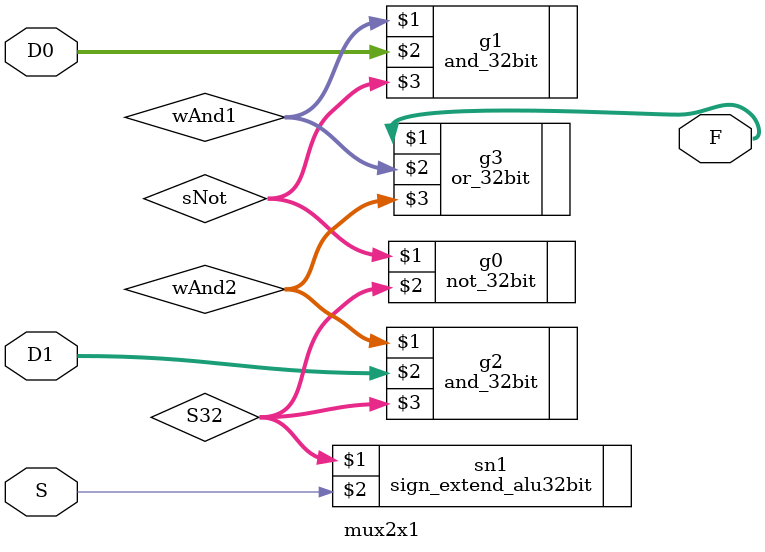
<source format=v>
module mux2x1 (output [31:0] F, input [31:0] D0, input [31:0] D1, input S);
	wire [31:0] wAnd1;
	wire [31:0] wAnd2;
	wire [31:0] sNot;
	wire [31:0] S32;
	sign_extend_alu32bit sn1 (S32, S);
	
	not_32bit g0(sNot, S32);
	and_32bit g1(wAnd1, D0, sNot);
	and_32bit g2(wAnd2, D1, S32);
	or_32bit g3(F, wAnd1, wAnd2);
endmodule
</source>
